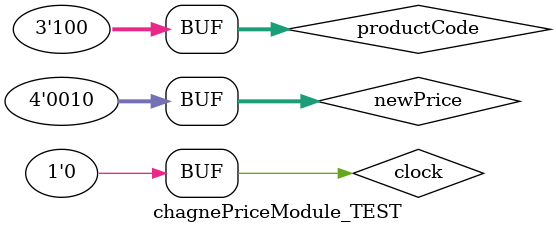
<source format=v>
`timescale 1ns / 1ps


module chagnePriceModule_TEST;

	// Inputs
	reg clock;
	reg [2:0] productCode;
	reg [3:0] newPrice;

	// Instantiate the Unit Under Test (UUT)
	changePriceModule uut (
		.clock(clock), 
		.productCode(productCode), 
		.newPrice(newPrice)
	);

	initial begin
		// Initialize Inputs
		clock = 0;
		productCode = 0;
		newPrice = 0;

		// Wait 100 ns for global reset to finish
		#100;
		productCode = 4'b0100;
		newPrice = 4'b0010;
		#100;
		clock = 1;
		#100;
		clock=0;
		#100;


        
		// Add stimulus here

	end
      
endmodule


</source>
